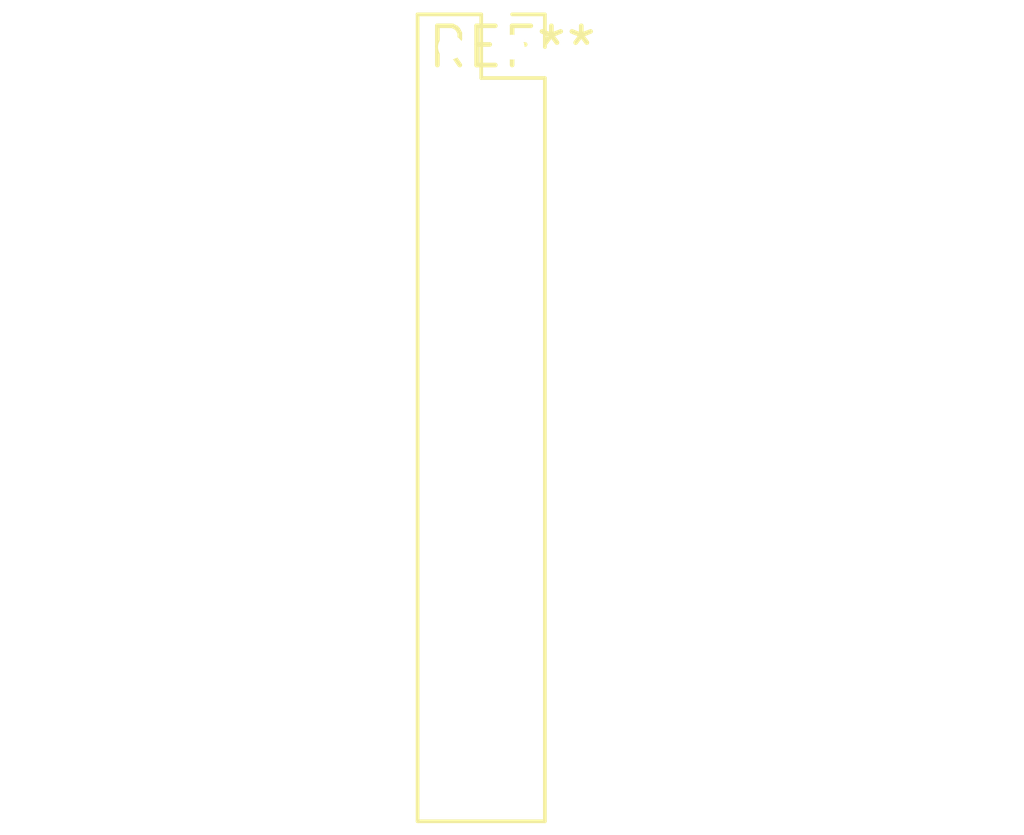
<source format=kicad_pcb>
(kicad_pcb (version 20240108) (generator pcbnew)
  (layers (0 "F.Cu" signal) (31 "B.Cu" signal) (34 "B.Paste" user) (35 "F.Paste" user) (36 "B.SilkS" user "B.Silkscreen") (37 "F.SilkS" user "F.Silkscreen") (38 "B.Mask" user) (39 "F.Mask" user) (44 "Edge.Cuts" user))
  (net 0 "")
  (footprint "PinSocket_2x13_P2.00mm_Vertical" (layer "F.Cu") (at 0 0)
    (property "Reference" "REF**")
    (property "Value" "PinSocket_2x13_P2.00mm_Vertical")
    (fp_line (start -3.06 -1.06) (end -3.06 25.06) (layer "F.SilkS") (stroke (width 0.12)))
    (fp_line (start -3.06 -1.06) (end -1 -1.06) (layer "F.SilkS") (stroke (width 0.12)))
    (fp_line (start -3.06 25.06) (end 1.06 25.06) (layer "F.SilkS") (stroke (width 0.12)))
    (fp_line (start -1 -1.06) (end -1 1) (layer "F.SilkS") (stroke (width 0.12)))
    (fp_line (start -1 1) (end 1.06 1) (layer "F.SilkS") (stroke (width 0.12)))
    (fp_line (start 0 -1.06) (end 1.06 -1.06) (layer "F.SilkS") (stroke (width 0.12)))
    (fp_line (start 1.06 -1.06) (end 1.06 0) (layer "F.SilkS") (stroke (width 0.12)))
    (fp_line (start 1.06 1) (end 1.06 25.06) (layer "F.SilkS") (stroke (width 0.12)))
    (pad "1" thru_hole rect (at 0 0) (size 1.35 1.35) (drill 0.8) (layers *.Cu *.Mask) (remove_unused_layers))
    (pad "2" thru_hole oval (at -2 0) (size 1.35 1.35) (drill 0.8) (layers *.Cu *.Mask) (remove_unused_layers))
    (pad "3" thru_hole oval (at 0 2) (size 1.35 1.35) (drill 0.8) (layers *.Cu *.Mask) (remove_unused_layers))
    (pad "4" thru_hole oval (at -2 2) (size 1.35 1.35) (drill 0.8) (layers *.Cu *.Mask) (remove_unused_layers))
    (pad "5" thru_hole oval (at 0 4) (size 1.35 1.35) (drill 0.8) (layers *.Cu *.Mask) (remove_unused_layers))
    (pad "6" thru_hole oval (at -2 4) (size 1.35 1.35) (drill 0.8) (layers *.Cu *.Mask) (remove_unused_layers))
    (pad "7" thru_hole oval (at 0 6) (size 1.35 1.35) (drill 0.8) (layers *.Cu *.Mask) (remove_unused_layers))
    (pad "8" thru_hole oval (at -2 6) (size 1.35 1.35) (drill 0.8) (layers *.Cu *.Mask) (remove_unused_layers))
    (pad "9" thru_hole oval (at 0 8) (size 1.35 1.35) (drill 0.8) (layers *.Cu *.Mask) (remove_unused_layers))
    (pad "10" thru_hole oval (at -2 8) (size 1.35 1.35) (drill 0.8) (layers *.Cu *.Mask) (remove_unused_layers))
    (pad "11" thru_hole oval (at 0 10) (size 1.35 1.35) (drill 0.8) (layers *.Cu *.Mask) (remove_unused_layers))
    (pad "12" thru_hole oval (at -2 10) (size 1.35 1.35) (drill 0.8) (layers *.Cu *.Mask) (remove_unused_layers))
    (pad "13" thru_hole oval (at 0 12) (size 1.35 1.35) (drill 0.8) (layers *.Cu *.Mask) (remove_unused_layers))
    (pad "14" thru_hole oval (at -2 12) (size 1.35 1.35) (drill 0.8) (layers *.Cu *.Mask) (remove_unused_layers))
    (pad "15" thru_hole oval (at 0 14) (size 1.35 1.35) (drill 0.8) (layers *.Cu *.Mask) (remove_unused_layers))
    (pad "16" thru_hole oval (at -2 14) (size 1.35 1.35) (drill 0.8) (layers *.Cu *.Mask) (remove_unused_layers))
    (pad "17" thru_hole oval (at 0 16) (size 1.35 1.35) (drill 0.8) (layers *.Cu *.Mask) (remove_unused_layers))
    (pad "18" thru_hole oval (at -2 16) (size 1.35 1.35) (drill 0.8) (layers *.Cu *.Mask) (remove_unused_layers))
    (pad "19" thru_hole oval (at 0 18) (size 1.35 1.35) (drill 0.8) (layers *.Cu *.Mask) (remove_unused_layers))
    (pad "20" thru_hole oval (at -2 18) (size 1.35 1.35) (drill 0.8) (layers *.Cu *.Mask) (remove_unused_layers))
    (pad "21" thru_hole oval (at 0 20) (size 1.35 1.35) (drill 0.8) (layers *.Cu *.Mask) (remove_unused_layers))
    (pad "22" thru_hole oval (at -2 20) (size 1.35 1.35) (drill 0.8) (layers *.Cu *.Mask) (remove_unused_layers))
    (pad "23" thru_hole oval (at 0 22) (size 1.35 1.35) (drill 0.8) (layers *.Cu *.Mask) (remove_unused_layers))
    (pad "24" thru_hole oval (at -2 22) (size 1.35 1.35) (drill 0.8) (layers *.Cu *.Mask) (remove_unused_layers))
    (pad "25" thru_hole oval (at 0 24) (size 1.35 1.35) (drill 0.8) (layers *.Cu *.Mask) (remove_unused_layers))
    (pad "26" thru_hole oval (at -2 24) (size 1.35 1.35) (drill 0.8) (layers *.Cu *.Mask) (remove_unused_layers))
  )
)
</source>
